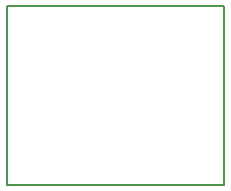
<source format=gbr>
%TF.GenerationSoftware,KiCad,Pcbnew,7.0.10*%
%TF.CreationDate,2024-08-19T14:49:08+08:00*%
%TF.ProjectId,TPS61230_Booster_5V_Layout-240812_JLCPCB,54505336-3132-4333-905f-426f6f737465,rev?*%
%TF.SameCoordinates,Original*%
%TF.FileFunction,Profile,NP*%
%FSLAX46Y46*%
G04 Gerber Fmt 4.6, Leading zero omitted, Abs format (unit mm)*
G04 Created by KiCad (PCBNEW 7.0.10) date 2024-08-19 14:49:08*
%MOMM*%
%LPD*%
G01*
G04 APERTURE LIST*
%TA.AperFunction,Profile*%
%ADD10C,0.200000*%
%TD*%
G04 APERTURE END LIST*
D10*
X129489200Y-57734200D02*
X147929600Y-57734200D01*
X147929600Y-72923400D01*
X129489200Y-72923400D01*
X129489200Y-57734200D01*
M02*

</source>
